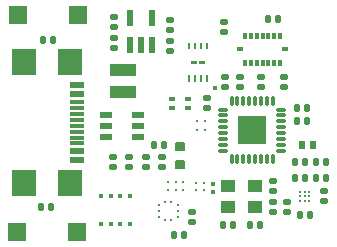
<source format=gtp>
%FSTAX23Y23*%
%MOIN*%
%SFA1B1*%

%IPPOS*%
%AMD20*
4,1,8,0.010600,-0.006200,0.010600,0.006200,0.005000,0.011800,-0.005000,0.011800,-0.010600,0.006200,-0.010600,-0.006200,-0.005000,-0.011800,0.005000,-0.011800,0.010600,-0.006200,0.0*
1,1,0.011268,0.005000,-0.006200*
1,1,0.011268,0.005000,0.006200*
1,1,0.011268,-0.005000,0.006200*
1,1,0.011268,-0.005000,-0.006200*
%
%AMD25*
4,1,8,-0.006200,-0.010600,0.006200,-0.010600,0.011800,-0.005000,0.011800,0.005000,0.006200,0.010600,-0.006200,0.010600,-0.011800,0.005000,-0.011800,-0.005000,-0.006200,-0.010600,0.0*
1,1,0.011268,-0.006200,-0.005000*
1,1,0.011268,0.006200,-0.005000*
1,1,0.011268,0.006200,0.005000*
1,1,0.011268,-0.006200,0.005000*
%
%AMD37*
4,1,8,-0.014600,-0.005300,0.014600,-0.005300,0.015900,-0.004000,0.015900,0.004000,0.014600,0.005300,-0.014600,0.005300,-0.015900,0.004000,-0.015900,-0.004000,-0.014600,-0.005300,0.0*
1,1,0.002661,-0.014600,-0.004000*
1,1,0.002661,0.014600,-0.004000*
1,1,0.002661,0.014600,0.004000*
1,1,0.002661,-0.014600,0.004000*
%
%AMD38*
4,1,8,-0.004000,-0.015900,0.004000,-0.015900,0.005300,-0.014600,0.005300,0.014600,0.004000,0.015900,-0.004000,0.015900,-0.005300,0.014600,-0.005300,-0.014600,-0.004000,-0.015900,0.0*
1,1,0.002661,-0.004000,-0.014600*
1,1,0.002661,0.004000,-0.014600*
1,1,0.002661,0.004000,0.014600*
1,1,0.002661,-0.004000,0.014600*
%
%AMD40*
4,1,8,-0.017500,0.011200,-0.017500,-0.011200,-0.013700,-0.015000,0.013700,-0.015000,0.017500,-0.011200,0.017500,0.011200,0.013700,0.015000,-0.013700,0.015000,-0.017500,0.011200,0.0*
1,1,0.007504,-0.013700,0.011200*
1,1,0.007504,-0.013700,-0.011200*
1,1,0.007504,0.013700,-0.011200*
1,1,0.007504,0.013700,0.011200*
%
%ADD17R,0.010000X0.010000*%
%ADD18C,0.015000*%
%ADD19R,0.038500X0.022000*%
G04~CAMADD=20~8~0.0~0.0~236.2~212.6~56.3~0.0~15~0.0~0.0~0.0~0.0~0~0.0~0.0~0.0~0.0~0~0.0~0.0~0.0~270.0~212.0~236.0*
%ADD20D20*%
%ADD21R,0.020079X0.028740*%
%ADD22R,0.011000X0.010000*%
%ADD23R,0.010000X0.011000*%
%ADD24R,0.019685X0.011811*%
G04~CAMADD=25~8~0.0~0.0~236.2~212.6~56.3~0.0~15~0.0~0.0~0.0~0.0~0~0.0~0.0~0.0~0.0~0~0.0~0.0~0.0~180.0~236.0~212.0*
%ADD25D25*%
%ADD26C,0.009000*%
%ADD27R,0.051181X0.043307*%
%ADD28R,0.023228X0.013780*%
%ADD29R,0.013780X0.023228*%
%ADD30R,0.060000X0.060000*%
%ADD31R,0.015748X0.015748*%
%ADD32R,0.010000X0.010000*%
%ADD33R,0.086614X0.039370*%
%ADD34R,0.045275X0.023622*%
%ADD35R,0.045275X0.011811*%
%ADD36R,0.078740X0.085827*%
G04~CAMADD=37~8~0.0~0.0~318.9~106.3~13.3~0.0~15~0.0~0.0~0.0~0.0~0~0.0~0.0~0.0~0.0~0~0.0~0.0~0.0~180.0~318.0~106.0*
%ADD37D37*%
G04~CAMADD=38~8~0.0~0.0~106.3~318.9~13.3~0.0~15~0.0~0.0~0.0~0.0~0~0.0~0.0~0.0~0.0~0~0.0~0.0~0.0~180.0~106.0~318.0*
%ADD38D38*%
%ADD39R,0.092126X0.092126*%
G04~CAMADD=40~8~0.0~0.0~300.0~350.0~37.5~0.0~15~0.0~0.0~0.0~0.0~0~0.0~0.0~0.0~0.0~0~0.0~0.0~0.0~90.0~350.0~300.0*
%ADD40D40*%
%ADD41R,0.023622X0.051968*%
%LNesp32c3phils-1*%
%LPD*%
G36*
X03498Y04109D02*
X0349D01*
Y04131*
X03498*
Y04109*
G37*
G36*
X03478D02*
X0347D01*
Y04131*
X03478*
Y04109*
G37*
G36*
X03458D02*
X03451D01*
Y04131*
X03458*
Y04109*
G37*
G36*
X03439D02*
X03431D01*
Y04131*
X03439*
Y04109*
G37*
G36*
X03488Y04062D02*
X03468D01*
Y0407*
X03488*
Y04062*
G37*
G36*
X0346D02*
X03441D01*
Y0407*
X0346*
Y04062*
G37*
G36*
X03498Y04001D02*
X0349D01*
Y04023*
X03498*
Y04001*
G37*
G36*
X03478D02*
X0347D01*
Y04023*
X03478*
Y04001*
G37*
G36*
X03458D02*
X03451D01*
Y04023*
X03458*
Y04001*
G37*
G36*
X03439D02*
X03431D01*
Y04023*
X03439*
Y04001*
G37*
G54D17*
X03484Y0364D03*
X03459D03*
X03484Y03665D03*
X03459D03*
X03486Y0387D03*
X03461D03*
X03486Y0384D03*
X03461D03*
G54D18*
X03515Y03635D03*
Y0366D03*
X0352Y0398D03*
G54D19*
X03156Y03817D03*
Y03855D03*
Y03892D03*
X03263D03*
Y03855D03*
Y03817D03*
G54D20*
X03891Y03735D03*
X03858D03*
X03821D03*
X03788D03*
X03351Y0379D03*
X03318D03*
X03803Y03556D03*
X03836D03*
X03858Y03681D03*
X03891D03*
X03826Y03915D03*
X03793D03*
X02981Y0414D03*
X02948D03*
X03416Y0349D03*
X03383D03*
X03698Y0421D03*
X03731D03*
X03671Y03525D03*
X03638D03*
X03548D03*
X03581D03*
X03793Y0387D03*
X03826D03*
X03788Y03681D03*
X03821D03*
X0294Y03585D03*
X02973D03*
G54D21*
X03848Y0379D03*
X03811D03*
G54D22*
X03334Y0355D03*
Y0357D03*
Y03589D03*
X03396D03*
Y0357D03*
Y0355D03*
G54D23*
X03355Y03601D03*
X03374D03*
Y03539D03*
X03355D03*
G54D24*
X03432Y03914D03*
Y03945D03*
X03377D03*
Y03914D03*
G54D25*
X0376Y03568D03*
Y03601D03*
X0355Y04167D03*
Y04201D03*
X03885Y03603D03*
Y03636D03*
X0337Y04173D03*
Y04206D03*
X03555Y04016D03*
Y03983D03*
X03495Y03946D03*
Y03913D03*
X03675Y04016D03*
Y03983D03*
X03715Y03568D03*
Y03601D03*
Y03636D03*
Y0367D03*
X03445Y03533D03*
Y03566D03*
X03185Y04183D03*
Y04216D03*
Y04113D03*
Y04146D03*
X0375Y04016D03*
Y03983D03*
X03605Y04016D03*
Y03983D03*
X03344Y03718D03*
Y03751D03*
X0329D03*
Y03718D03*
X03235Y03751D03*
Y03718D03*
X0318Y03751D03*
Y03718D03*
X0337Y04103D03*
Y04136D03*
G54D26*
X03804Y03603D03*
Y03619D03*
Y03635D03*
X0382Y03603D03*
Y03619D03*
Y03635D03*
X03835Y03603D03*
Y03619D03*
Y03635D03*
G54D27*
X03564Y03655D03*
X03655D03*
Y03584D03*
X03564D03*
G54D28*
X03755Y04109D03*
X03604D03*
G54D29*
X03739Y04063D03*
X03719D03*
X03699D03*
X0368D03*
X0366D03*
X0364D03*
X0362D03*
Y04155D03*
X0364D03*
X0366D03*
X0368D03*
X03699D03*
X03719D03*
X03739D03*
G54D30*
X03064Y04225D03*
X02865D03*
X0306Y035D03*
X02861D03*
G54D31*
X03142Y03622D03*
X03174D03*
X03205D03*
X03237D03*
Y03527D03*
X03205D03*
X03174D03*
X03142D03*
G54D32*
X03415Y03666D03*
Y03641D03*
X0339Y03666D03*
Y03641D03*
X03365Y03666D03*
Y03641D03*
G54D33*
X03215Y04042D03*
Y03967D03*
G54D34*
X03062Y0399D03*
Y03959D03*
Y0377D03*
Y03739D03*
G54D35*
X03062Y03933D03*
Y03796D03*
Y03914D03*
Y03815D03*
Y03894D03*
Y03835D03*
Y03874D03*
Y03855D03*
G54D36*
X03039Y04066D03*
Y03663D03*
X02884Y04066D03*
Y03663D03*
G54D37*
X03741Y03771D03*
Y0379D03*
Y0381D03*
Y0383D03*
Y03849D03*
Y03869D03*
Y03889D03*
Y03908D03*
X03548D03*
Y03889D03*
Y03869D03*
Y03849D03*
Y0383D03*
Y0381D03*
Y0379D03*
Y03771D03*
G54D38*
X03713Y03936D03*
X03694D03*
X03674D03*
X03654D03*
X03635D03*
X03615D03*
X03595D03*
X03576D03*
Y03743D03*
X03595D03*
X03615D03*
X03635D03*
X03654D03*
X03674D03*
X03694D03*
X03713D03*
G54D39*
X03645Y0384D03*
G54D40*
X03404Y03725D03*
Y03785D03*
G54D41*
X03237Y04124D03*
X03275D03*
X03312D03*
Y04215D03*
X03237D03*
M02*
</source>
